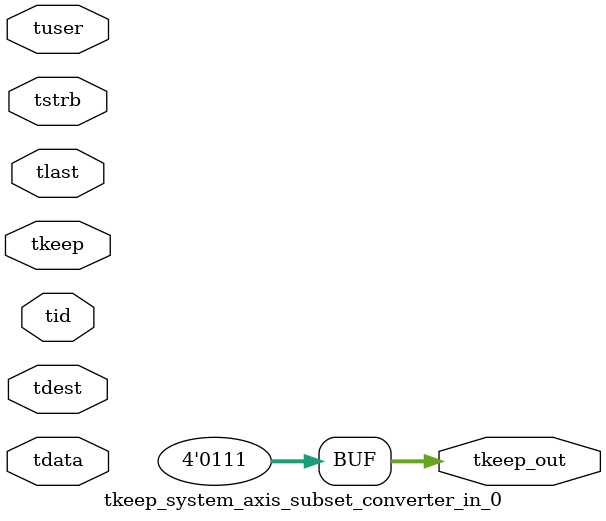
<source format=v>


`timescale 1ps/1ps

module tkeep_system_axis_subset_converter_in_0 #
(
parameter C_S_AXIS_TDATA_WIDTH = 32,
parameter C_S_AXIS_TUSER_WIDTH = 0,
parameter C_S_AXIS_TID_WIDTH   = 0,
parameter C_S_AXIS_TDEST_WIDTH = 0,
parameter C_M_AXIS_TDATA_WIDTH = 32
)
(
input  [(C_S_AXIS_TDATA_WIDTH == 0 ? 1 : C_S_AXIS_TDATA_WIDTH)-1:0     ] tdata,
input  [(C_S_AXIS_TUSER_WIDTH == 0 ? 1 : C_S_AXIS_TUSER_WIDTH)-1:0     ] tuser,
input  [(C_S_AXIS_TID_WIDTH   == 0 ? 1 : C_S_AXIS_TID_WIDTH)-1:0       ] tid,
input  [(C_S_AXIS_TDEST_WIDTH == 0 ? 1 : C_S_AXIS_TDEST_WIDTH)-1:0     ] tdest,
input  [(C_S_AXIS_TDATA_WIDTH/8)-1:0 ] tkeep,
input  [(C_S_AXIS_TDATA_WIDTH/8)-1:0 ] tstrb,
input                                                                    tlast,
output [(C_M_AXIS_TDATA_WIDTH/8)-1:0 ] tkeep_out
);

assign tkeep_out = {3'b111};

endmodule


</source>
